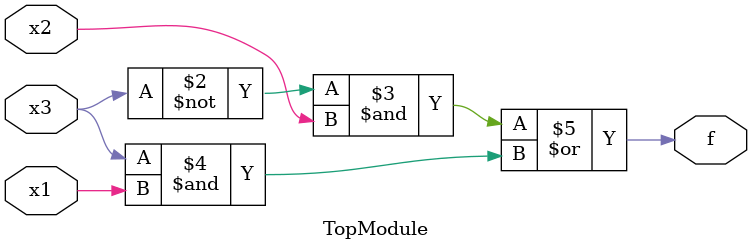
<source format=sv>
module TopModule(
    input logic x3,
    input logic x2,
    input logic x1,
    output logic f
);
    always @(*) begin
        f = (~x3 & x2) | (x3 & x1);
    end
endmodule
</source>
